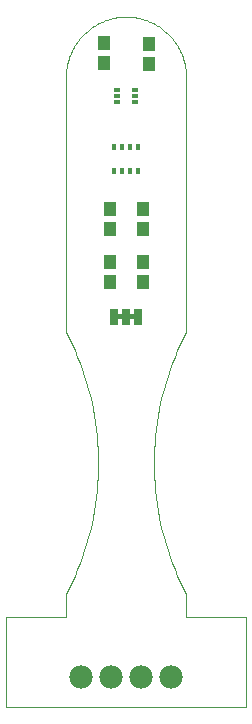
<source format=gts>
G75*
%MOIN*%
%OFA0B0*%
%FSLAX25Y25*%
%IPPOS*%
%LPD*%
%AMOC8*
5,1,8,0,0,1.08239X$1,22.5*
%
%ADD10C,0.00000*%
%ADD11R,0.04337X0.04731*%
%ADD12C,0.07800*%
%ADD13R,0.02900X0.05400*%
%ADD14C,0.00500*%
%ADD15R,0.02400X0.01380*%
%ADD16R,0.01778X0.02369*%
D10*
X0046600Y0039100D02*
X0046600Y0069100D01*
X0066600Y0069100D01*
X0066600Y0076600D01*
X0046600Y0039100D02*
X0126600Y0039100D01*
X0126600Y0069100D01*
X0106600Y0069100D01*
X0106600Y0076600D01*
X0106600Y0164100D02*
X0106600Y0249100D01*
X0106594Y0249587D01*
X0106576Y0250074D01*
X0106547Y0250560D01*
X0106505Y0251045D01*
X0106452Y0251529D01*
X0106387Y0252012D01*
X0106310Y0252493D01*
X0106222Y0252972D01*
X0106122Y0253449D01*
X0106010Y0253923D01*
X0105887Y0254394D01*
X0105752Y0254862D01*
X0105606Y0255327D01*
X0105449Y0255788D01*
X0105280Y0256245D01*
X0105101Y0256697D01*
X0104910Y0257146D01*
X0104709Y0257589D01*
X0104497Y0258028D01*
X0104274Y0258461D01*
X0104041Y0258888D01*
X0103797Y0259310D01*
X0103544Y0259726D01*
X0103280Y0260135D01*
X0103006Y0260538D01*
X0102723Y0260934D01*
X0102430Y0261323D01*
X0102128Y0261705D01*
X0101816Y0262080D01*
X0101495Y0262446D01*
X0101166Y0262805D01*
X0100828Y0263156D01*
X0100481Y0263498D01*
X0100127Y0263832D01*
X0099764Y0264157D01*
X0099393Y0264473D01*
X0099015Y0264780D01*
X0098630Y0265078D01*
X0098237Y0265366D01*
X0097838Y0265644D01*
X0097431Y0265913D01*
X0097019Y0266172D01*
X0096600Y0266421D01*
X0096175Y0266659D01*
X0095745Y0266887D01*
X0095309Y0267104D01*
X0094868Y0267311D01*
X0094422Y0267507D01*
X0093972Y0267692D01*
X0093517Y0267866D01*
X0093058Y0268029D01*
X0092595Y0268180D01*
X0092128Y0268321D01*
X0091659Y0268450D01*
X0091186Y0268567D01*
X0090711Y0268673D01*
X0090233Y0268767D01*
X0089753Y0268850D01*
X0089271Y0268921D01*
X0088787Y0268980D01*
X0088303Y0269027D01*
X0087817Y0269063D01*
X0087330Y0269087D01*
X0086844Y0269099D01*
X0086356Y0269099D01*
X0085870Y0269087D01*
X0085383Y0269063D01*
X0084897Y0269027D01*
X0084413Y0268980D01*
X0083929Y0268921D01*
X0083447Y0268850D01*
X0082967Y0268767D01*
X0082489Y0268673D01*
X0082014Y0268567D01*
X0081541Y0268450D01*
X0081072Y0268321D01*
X0080605Y0268180D01*
X0080142Y0268029D01*
X0079683Y0267866D01*
X0079228Y0267692D01*
X0078778Y0267507D01*
X0078332Y0267311D01*
X0077891Y0267104D01*
X0077455Y0266887D01*
X0077025Y0266659D01*
X0076600Y0266421D01*
X0076181Y0266172D01*
X0075769Y0265913D01*
X0075362Y0265644D01*
X0074963Y0265366D01*
X0074570Y0265078D01*
X0074185Y0264780D01*
X0073807Y0264473D01*
X0073436Y0264157D01*
X0073073Y0263832D01*
X0072719Y0263498D01*
X0072372Y0263156D01*
X0072034Y0262805D01*
X0071705Y0262446D01*
X0071384Y0262080D01*
X0071072Y0261705D01*
X0070770Y0261323D01*
X0070477Y0260934D01*
X0070194Y0260538D01*
X0069920Y0260135D01*
X0069656Y0259726D01*
X0069403Y0259310D01*
X0069159Y0258888D01*
X0068926Y0258461D01*
X0068703Y0258028D01*
X0068491Y0257589D01*
X0068290Y0257146D01*
X0068099Y0256697D01*
X0067920Y0256245D01*
X0067751Y0255788D01*
X0067594Y0255327D01*
X0067448Y0254862D01*
X0067313Y0254394D01*
X0067190Y0253923D01*
X0067078Y0253449D01*
X0066978Y0252972D01*
X0066890Y0252493D01*
X0066813Y0252012D01*
X0066748Y0251529D01*
X0066695Y0251045D01*
X0066653Y0250560D01*
X0066624Y0250074D01*
X0066606Y0249587D01*
X0066600Y0249100D01*
X0066600Y0164100D01*
X0067626Y0162071D01*
X0068603Y0160018D01*
X0069530Y0157941D01*
X0070407Y0155844D01*
X0071233Y0153725D01*
X0072008Y0151588D01*
X0072732Y0149432D01*
X0073404Y0147260D01*
X0074024Y0145072D01*
X0074591Y0142871D01*
X0075105Y0140656D01*
X0075565Y0138429D01*
X0075972Y0136192D01*
X0076325Y0133946D01*
X0076625Y0131692D01*
X0076870Y0129431D01*
X0077061Y0127166D01*
X0077197Y0124896D01*
X0077279Y0122624D01*
X0077306Y0120350D01*
X0077279Y0118076D01*
X0077197Y0115804D01*
X0077061Y0113534D01*
X0076870Y0111269D01*
X0076625Y0109008D01*
X0076325Y0106754D01*
X0075972Y0104508D01*
X0075565Y0102271D01*
X0075105Y0100044D01*
X0074591Y0097829D01*
X0074024Y0095628D01*
X0073404Y0093440D01*
X0072732Y0091268D01*
X0072008Y0089112D01*
X0071233Y0086975D01*
X0070407Y0084856D01*
X0069530Y0082759D01*
X0068603Y0080682D01*
X0067626Y0078629D01*
X0066600Y0076600D01*
X0106600Y0076600D02*
X0105574Y0078629D01*
X0104597Y0080682D01*
X0103670Y0082759D01*
X0102793Y0084856D01*
X0101967Y0086975D01*
X0101192Y0089112D01*
X0100468Y0091268D01*
X0099796Y0093440D01*
X0099176Y0095628D01*
X0098609Y0097829D01*
X0098095Y0100044D01*
X0097635Y0102271D01*
X0097228Y0104508D01*
X0096875Y0106754D01*
X0096575Y0109008D01*
X0096330Y0111269D01*
X0096139Y0113534D01*
X0096003Y0115804D01*
X0095921Y0118076D01*
X0095894Y0120350D01*
X0095921Y0122624D01*
X0096003Y0124896D01*
X0096139Y0127166D01*
X0096330Y0129431D01*
X0096575Y0131692D01*
X0096875Y0133946D01*
X0097228Y0136192D01*
X0097635Y0138429D01*
X0098095Y0140656D01*
X0098609Y0142871D01*
X0099176Y0145072D01*
X0099796Y0147260D01*
X0100468Y0149432D01*
X0101192Y0151588D01*
X0101967Y0153725D01*
X0102793Y0155844D01*
X0103670Y0157941D01*
X0104597Y0160018D01*
X0105574Y0162071D01*
X0106600Y0164100D01*
D11*
X0092100Y0180754D03*
X0092100Y0187446D03*
X0092100Y0198254D03*
X0092100Y0204946D03*
X0081100Y0204946D03*
X0081100Y0198254D03*
X0081100Y0187446D03*
X0081100Y0180754D03*
X0094100Y0253254D03*
X0094100Y0259946D03*
X0079100Y0260446D03*
X0079100Y0253754D03*
D12*
X0081600Y0049100D03*
X0071600Y0049100D03*
X0091600Y0049100D03*
X0101600Y0049100D03*
D13*
X0090600Y0169100D03*
X0086600Y0169100D03*
X0082600Y0169100D03*
D14*
X0083850Y0169301D02*
X0085350Y0169301D01*
X0085350Y0169600D02*
X0085350Y0168600D01*
X0083850Y0168600D01*
X0083850Y0169600D01*
X0085350Y0169600D01*
X0085350Y0168802D02*
X0083850Y0168802D01*
X0087850Y0168802D02*
X0089350Y0168802D01*
X0089350Y0168600D02*
X0089350Y0169600D01*
X0087850Y0169600D01*
X0087850Y0168600D01*
X0089350Y0168600D01*
X0089350Y0169301D02*
X0087850Y0169301D01*
D15*
X0089750Y0240639D03*
X0089750Y0242587D03*
X0089750Y0244591D03*
X0083543Y0244591D03*
X0083543Y0242587D03*
X0083543Y0240639D03*
D16*
X0082761Y0225635D03*
X0085320Y0225635D03*
X0087880Y0225635D03*
X0090439Y0225635D03*
X0090439Y0217565D03*
X0087880Y0217565D03*
X0085320Y0217565D03*
X0082761Y0217565D03*
M02*

</source>
